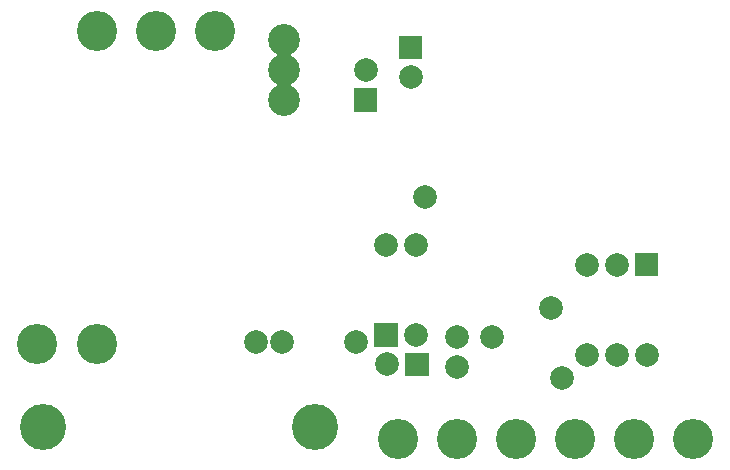
<source format=gbr>
%FSLAX34Y34*%
%MOMM*%
%LNSOLDERMASK_BOTTOM*%
G71*
G01*
%ADD10C, 3.400*%
%ADD11C, 3.900*%
%ADD12C, 2.700*%
%ADD13C, 2.000*%
%ADD14C, 2.000*%
%ADD15C, 2.000*%
%ADD16C, 1.800*%
%LPD*%
X573000Y587000D02*
G54D10*
D03*
X523000Y587000D02*
G54D10*
D03*
X473000Y587000D02*
G54D10*
D03*
X423000Y587000D02*
G54D10*
D03*
X373000Y587000D02*
G54D10*
D03*
X323000Y587000D02*
G54D10*
D03*
X23000Y597000D02*
G54D11*
D03*
X253000Y597000D02*
G54D11*
D03*
X68000Y932000D02*
G54D10*
D03*
X118000Y932000D02*
G54D10*
D03*
X168000Y932000D02*
G54D10*
D03*
X18000Y667000D02*
G54D10*
D03*
X68000Y667000D02*
G54D10*
D03*
X573000Y587000D02*
G54D10*
D03*
X523000Y587000D02*
G54D10*
D03*
X473000Y587000D02*
G54D10*
D03*
X423000Y587000D02*
G54D10*
D03*
X373000Y587000D02*
G54D10*
D03*
X323000Y587000D02*
G54D10*
D03*
X23000Y597000D02*
G54D11*
D03*
X253000Y597000D02*
G54D11*
D03*
X68000Y932000D02*
G54D10*
D03*
X118000Y932000D02*
G54D10*
D03*
X168000Y932000D02*
G54D10*
D03*
X18000Y667000D02*
G54D10*
D03*
X68000Y667000D02*
G54D10*
D03*
X573000Y587000D02*
G54D10*
D03*
X523000Y587000D02*
G54D10*
D03*
X473000Y587000D02*
G54D10*
D03*
X423000Y587000D02*
G54D10*
D03*
X373000Y587000D02*
G54D10*
D03*
X323000Y587000D02*
G54D10*
D03*
X68000Y932000D02*
G54D10*
D03*
X118000Y932000D02*
G54D10*
D03*
X168000Y932000D02*
G54D10*
D03*
X18000Y667000D02*
G54D10*
D03*
X68000Y667000D02*
G54D10*
D03*
X226600Y924900D02*
G54D12*
D03*
X226600Y899500D02*
G54D12*
D03*
X226600Y874100D02*
G54D12*
D03*
X226600Y924900D02*
G54D12*
D03*
X226600Y899500D02*
G54D12*
D03*
X226600Y874100D02*
G54D12*
D03*
G36*
X303112Y664917D02*
X303112Y684917D01*
X323112Y684917D01*
X323112Y664917D01*
X303112Y664917D01*
G37*
X338612Y674917D02*
G54D13*
D03*
X313112Y751417D02*
G54D13*
D03*
X338612Y751417D02*
G54D13*
D03*
X313866Y649869D02*
G54D14*
D03*
G36*
X349266Y639869D02*
X329266Y639869D01*
X329266Y659869D01*
X349266Y659869D01*
X349266Y639869D01*
G37*
G36*
X543781Y724400D02*
X523781Y724400D01*
X523781Y744400D01*
X543781Y744400D01*
X543781Y724400D01*
G37*
X508381Y734400D02*
G54D15*
D03*
X482981Y734400D02*
G54D15*
D03*
X482981Y658200D02*
G54D15*
D03*
X508381Y658200D02*
G54D15*
D03*
X533781Y658200D02*
G54D15*
D03*
X295832Y898930D02*
G54D14*
D03*
G36*
X285832Y863530D02*
X285832Y883530D01*
X305832Y883530D01*
X305832Y863530D01*
X285832Y863530D01*
G37*
G36*
X542781Y725400D02*
X524781Y725400D01*
X524781Y743400D01*
X542781Y743400D01*
X542781Y725400D01*
G37*
X508381Y734400D02*
G54D16*
D03*
X482981Y734400D02*
G54D16*
D03*
X482981Y658200D02*
G54D16*
D03*
X508381Y658200D02*
G54D16*
D03*
X533781Y658200D02*
G54D16*
D03*
X402812Y673236D02*
G54D14*
D03*
X372827Y672711D02*
G54D14*
D03*
X373220Y648059D02*
G54D14*
D03*
X224638Y668862D02*
G54D14*
D03*
X202638Y668862D02*
G54D14*
D03*
X346059Y791947D02*
G54D14*
D03*
X461947Y638356D02*
G54D14*
D03*
X452860Y697944D02*
G54D14*
D03*
X333912Y892944D02*
G54D14*
D03*
G36*
X343912Y928344D02*
X343912Y908344D01*
X323912Y908344D01*
X323912Y928344D01*
X343912Y928344D01*
G37*
X287638Y669162D02*
G54D14*
D03*
M02*

</source>
